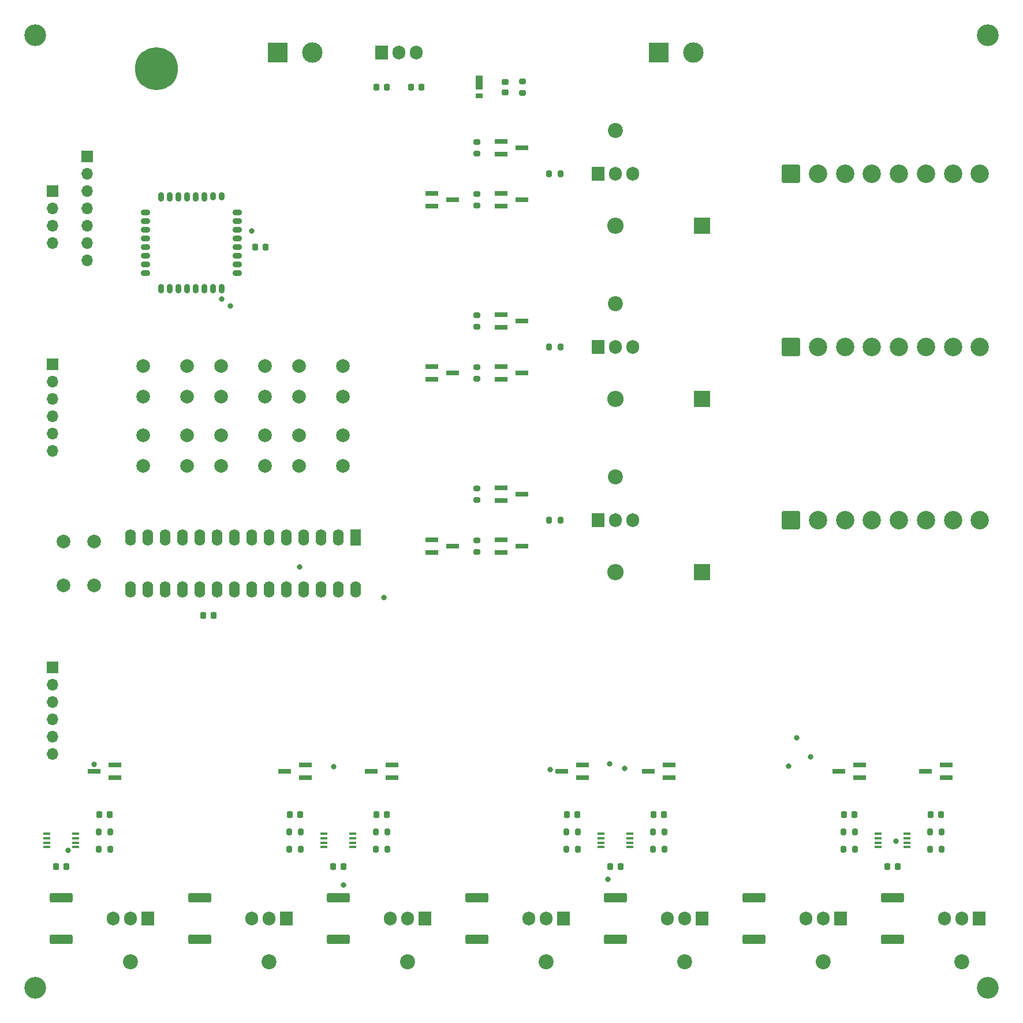
<source format=gbs>
G04 #@! TF.GenerationSoftware,KiCad,Pcbnew,(6.0.6)*
G04 #@! TF.CreationDate,2022-10-16T20:06:39+09:00*
G04 #@! TF.ProjectId,LedScoreBoard,4c656453-636f-4726-9542-6f6172642e6b,rev?*
G04 #@! TF.SameCoordinates,Original*
G04 #@! TF.FileFunction,Soldermask,Bot*
G04 #@! TF.FilePolarity,Negative*
%FSLAX46Y46*%
G04 Gerber Fmt 4.6, Leading zero omitted, Abs format (unit mm)*
G04 Created by KiCad (PCBNEW (6.0.6)) date 2022-10-16 20:06:39*
%MOMM*%
%LPD*%
G01*
G04 APERTURE LIST*
G04 Aperture macros list*
%AMRoundRect*
0 Rectangle with rounded corners*
0 $1 Rounding radius*
0 $2 $3 $4 $5 $6 $7 $8 $9 X,Y pos of 4 corners*
0 Add a 4 corners polygon primitive as box body*
4,1,4,$2,$3,$4,$5,$6,$7,$8,$9,$2,$3,0*
0 Add four circle primitives for the rounded corners*
1,1,$1+$1,$2,$3*
1,1,$1+$1,$4,$5*
1,1,$1+$1,$6,$7*
1,1,$1+$1,$8,$9*
0 Add four rect primitives between the rounded corners*
20,1,$1+$1,$2,$3,$4,$5,0*
20,1,$1+$1,$4,$5,$6,$7,0*
20,1,$1+$1,$6,$7,$8,$9,0*
20,1,$1+$1,$8,$9,$2,$3,0*%
G04 Aperture macros list end*
%ADD10C,2.200000*%
%ADD11R,1.905000X2.000000*%
%ADD12O,1.905000X2.000000*%
%ADD13C,3.200000*%
%ADD14C,2.000000*%
%ADD15RoundRect,0.250001X-1.099999X-1.099999X1.099999X-1.099999X1.099999X1.099999X-1.099999X1.099999X0*%
%ADD16C,2.700000*%
%ADD17R,3.000000X3.000000*%
%ADD18C,3.000000*%
%ADD19R,1.700000X1.700000*%
%ADD20O,1.700000X1.700000*%
%ADD21R,1.600000X2.400000*%
%ADD22O,1.600000X2.400000*%
%ADD23C,6.300000*%
%ADD24RoundRect,0.200000X-0.275000X0.200000X-0.275000X-0.200000X0.275000X-0.200000X0.275000X0.200000X0*%
%ADD25RoundRect,0.200000X-0.200000X-0.275000X0.200000X-0.275000X0.200000X0.275000X-0.200000X0.275000X0*%
%ADD26R,1.900000X0.800000*%
%ADD27R,1.100000X0.400000*%
%ADD28RoundRect,0.200000X0.200000X0.275000X-0.200000X0.275000X-0.200000X-0.275000X0.200000X-0.275000X0*%
%ADD29RoundRect,0.225000X0.225000X0.250000X-0.225000X0.250000X-0.225000X-0.250000X0.225000X-0.250000X0*%
%ADD30RoundRect,0.200000X0.275000X-0.200000X0.275000X0.200000X-0.275000X0.200000X-0.275000X-0.200000X0*%
%ADD31R,1.100000X2.000000*%
%ADD32R,1.100000X0.800000*%
%ADD33RoundRect,0.225000X-0.225000X-0.250000X0.225000X-0.250000X0.225000X0.250000X-0.225000X0.250000X0*%
%ADD34RoundRect,0.249999X-1.425001X0.450001X-1.425001X-0.450001X1.425001X-0.450001X1.425001X0.450001X0*%
%ADD35R,2.400000X2.400000*%
%ADD36O,2.400000X2.400000*%
%ADD37RoundRect,0.225000X-0.250000X0.225000X-0.250000X-0.225000X0.250000X-0.225000X0.250000X0.225000X0*%
%ADD38O,1.400000X0.900000*%
%ADD39O,0.900000X1.400000*%
%ADD40O,0.900000X1.200000*%
%ADD41C,0.800000*%
G04 APERTURE END LIST*
D10*
X110490000Y-44450000D03*
X110490000Y-69850000D03*
X110490000Y-95250000D03*
X161290000Y-166370000D03*
X140970000Y-166370000D03*
X120650000Y-166370000D03*
X100330000Y-166370000D03*
X80010000Y-166370000D03*
X59690000Y-166370000D03*
X39370000Y-166370000D03*
D11*
X163830000Y-160020000D03*
D12*
X161290000Y-160020000D03*
X158750000Y-160020000D03*
D13*
X165100000Y-170180000D03*
D14*
X70560000Y-89190000D03*
X64060000Y-89190000D03*
X70560000Y-93690000D03*
X64060000Y-93690000D03*
D15*
X136222500Y-76200000D03*
D16*
X140182500Y-76200000D03*
X144142500Y-76200000D03*
X148102500Y-76200000D03*
X152062500Y-76200000D03*
X156022500Y-76200000D03*
X159982500Y-76200000D03*
X163942500Y-76200000D03*
D11*
X62230000Y-160020000D03*
D12*
X59690000Y-160020000D03*
X57150000Y-160020000D03*
D11*
X107950000Y-50800000D03*
D12*
X110490000Y-50800000D03*
X113030000Y-50800000D03*
D13*
X165100000Y-30480000D03*
D14*
X41200000Y-89190000D03*
X47700000Y-89190000D03*
X47700000Y-93690000D03*
X41200000Y-93690000D03*
D17*
X116840000Y-33020000D03*
D18*
X121920000Y-33020000D03*
D19*
X27940000Y-123190000D03*
D20*
X27940000Y-125730000D03*
X27940000Y-128270000D03*
X27940000Y-130810000D03*
X27940000Y-133350000D03*
X27940000Y-135890000D03*
D13*
X25400000Y-170180000D03*
D11*
X107950000Y-101600000D03*
D12*
X110490000Y-101600000D03*
X113030000Y-101600000D03*
D11*
X102870000Y-160020000D03*
D12*
X100330000Y-160020000D03*
X97790000Y-160020000D03*
D13*
X25400000Y-30480000D03*
D14*
X59130000Y-79030000D03*
X52630000Y-79030000D03*
X59130000Y-83530000D03*
X52630000Y-83530000D03*
D11*
X76200000Y-33020000D03*
D12*
X78740000Y-33020000D03*
X81280000Y-33020000D03*
D14*
X41200000Y-79030000D03*
X47700000Y-79030000D03*
X47700000Y-83530000D03*
X41200000Y-83530000D03*
D15*
X136222500Y-50800000D03*
D16*
X140182500Y-50800000D03*
X144142500Y-50800000D03*
X148102500Y-50800000D03*
X152062500Y-50800000D03*
X156022500Y-50800000D03*
X159982500Y-50800000D03*
X163942500Y-50800000D03*
D11*
X82550000Y-160020000D03*
D12*
X80010000Y-160020000D03*
X77470000Y-160020000D03*
D15*
X136222500Y-101600000D03*
D16*
X140182500Y-101600000D03*
X144142500Y-101600000D03*
X148102500Y-101600000D03*
X152062500Y-101600000D03*
X156022500Y-101600000D03*
X159982500Y-101600000D03*
X163942500Y-101600000D03*
D21*
X72405000Y-104150000D03*
D22*
X69865000Y-104150000D03*
X67325000Y-104150000D03*
X64785000Y-104150000D03*
X62245000Y-104150000D03*
X59705000Y-104150000D03*
X57165000Y-104150000D03*
X54625000Y-104150000D03*
X52085000Y-104150000D03*
X49545000Y-104150000D03*
X47005000Y-104150000D03*
X44465000Y-104150000D03*
X41925000Y-104150000D03*
X39385000Y-104150000D03*
X39385000Y-111770000D03*
X41925000Y-111770000D03*
X44465000Y-111770000D03*
X47005000Y-111770000D03*
X49545000Y-111770000D03*
X52085000Y-111770000D03*
X54625000Y-111770000D03*
X57165000Y-111770000D03*
X59705000Y-111770000D03*
X62245000Y-111770000D03*
X64785000Y-111770000D03*
X67325000Y-111770000D03*
X69865000Y-111770000D03*
X72405000Y-111770000D03*
D14*
X29500000Y-111200000D03*
X29500000Y-104700000D03*
X34000000Y-111200000D03*
X34000000Y-104700000D03*
D19*
X33020000Y-48260000D03*
D20*
X33020000Y-50800000D03*
X33020000Y-53340000D03*
X33020000Y-55880000D03*
X33020000Y-58420000D03*
X33020000Y-60960000D03*
X33020000Y-63500000D03*
D11*
X107950000Y-76200000D03*
D12*
X110490000Y-76200000D03*
X113030000Y-76200000D03*
D19*
X27940000Y-78740000D03*
D20*
X27940000Y-81280000D03*
X27940000Y-83820000D03*
X27940000Y-86360000D03*
X27940000Y-88900000D03*
X27940000Y-91440000D03*
D14*
X64060000Y-79030000D03*
X70560000Y-79030000D03*
X64060000Y-83530000D03*
X70560000Y-83530000D03*
D11*
X123190000Y-160020000D03*
D12*
X120650000Y-160020000D03*
X118110000Y-160020000D03*
D11*
X41910000Y-160020000D03*
D12*
X39370000Y-160020000D03*
X36830000Y-160020000D03*
D19*
X27940000Y-53340000D03*
D20*
X27940000Y-55880000D03*
X27940000Y-58420000D03*
X27940000Y-60960000D03*
D11*
X143510000Y-160020000D03*
D12*
X140970000Y-160020000D03*
X138430000Y-160020000D03*
D14*
X52630000Y-89190000D03*
X59130000Y-89190000D03*
X52630000Y-93690000D03*
X59130000Y-93690000D03*
D23*
X43180000Y-35403770D03*
D17*
X60960000Y-33020000D03*
D18*
X66040000Y-33020000D03*
D24*
X90170000Y-53785000D03*
X90170000Y-55435000D03*
D25*
X34735000Y-147320000D03*
X36385000Y-147320000D03*
D24*
X90170000Y-79185000D03*
X90170000Y-80835000D03*
D26*
X65000000Y-137480000D03*
X65000000Y-139380000D03*
X62000000Y-138430000D03*
D27*
X67700000Y-149565000D03*
X67700000Y-148915000D03*
X67700000Y-148265000D03*
X67700000Y-147615000D03*
X72000000Y-147615000D03*
X72000000Y-148265000D03*
X72000000Y-148915000D03*
X72000000Y-149565000D03*
D28*
X145605000Y-147320000D03*
X143955000Y-147320000D03*
D27*
X27060000Y-149565000D03*
X27060000Y-148915000D03*
X27060000Y-148265000D03*
X27060000Y-147615000D03*
X31360000Y-147615000D03*
X31360000Y-148265000D03*
X31360000Y-148915000D03*
X31360000Y-149565000D03*
D26*
X146280000Y-137480000D03*
X146280000Y-139380000D03*
X143280000Y-138430000D03*
D29*
X82055000Y-38100000D03*
X80505000Y-38100000D03*
D30*
X96852500Y-38925000D03*
X96852500Y-37275000D03*
D26*
X37060000Y-137480000D03*
X37060000Y-139380000D03*
X34060000Y-138430000D03*
D25*
X116015000Y-147320000D03*
X117665000Y-147320000D03*
D31*
X90502500Y-37450000D03*
D32*
X90502500Y-39350000D03*
D26*
X83590000Y-106360000D03*
X83590000Y-104460000D03*
X86590000Y-105410000D03*
D33*
X50040000Y-115580000D03*
X51590000Y-115580000D03*
D25*
X156655000Y-149860000D03*
X158305000Y-149860000D03*
D29*
X64275000Y-144780000D03*
X62725000Y-144780000D03*
D26*
X118340000Y-137480000D03*
X118340000Y-139380000D03*
X115340000Y-138430000D03*
D34*
X49530000Y-156970000D03*
X49530000Y-163070000D03*
D27*
X148980000Y-149565000D03*
X148980000Y-148915000D03*
X148980000Y-148265000D03*
X148980000Y-147615000D03*
X153280000Y-147615000D03*
X153280000Y-148265000D03*
X153280000Y-148915000D03*
X153280000Y-149565000D03*
D28*
X64325000Y-147320000D03*
X62675000Y-147320000D03*
D24*
X90170000Y-46165000D03*
X90170000Y-47815000D03*
D33*
X75425000Y-38100000D03*
X76975000Y-38100000D03*
D28*
X104965000Y-149860000D03*
X103315000Y-149860000D03*
D25*
X100775000Y-50800000D03*
X102425000Y-50800000D03*
D29*
X59195000Y-61595000D03*
X57645000Y-61595000D03*
X151905000Y-152400000D03*
X150355000Y-152400000D03*
D35*
X123190000Y-109220000D03*
D36*
X110490000Y-109220000D03*
D28*
X145605000Y-149860000D03*
X143955000Y-149860000D03*
D25*
X100775000Y-76200000D03*
X102425000Y-76200000D03*
D26*
X77700000Y-137480000D03*
X77700000Y-139380000D03*
X74700000Y-138430000D03*
X93750000Y-80960000D03*
X93750000Y-79060000D03*
X96750000Y-80010000D03*
D33*
X116065000Y-144780000D03*
X117615000Y-144780000D03*
D34*
X130810000Y-156970000D03*
X130810000Y-163070000D03*
D33*
X156705000Y-144780000D03*
X158255000Y-144780000D03*
D26*
X93750000Y-47940000D03*
X93750000Y-46040000D03*
X96750000Y-46990000D03*
X93750000Y-106360000D03*
X93750000Y-104460000D03*
X96750000Y-105410000D03*
D35*
X123190000Y-83820000D03*
D36*
X110490000Y-83820000D03*
D24*
X90170000Y-96965000D03*
X90170000Y-98615000D03*
D29*
X104915000Y-144780000D03*
X103365000Y-144780000D03*
D26*
X93750000Y-55560000D03*
X93750000Y-53660000D03*
X96750000Y-54610000D03*
D29*
X111265000Y-152400000D03*
X109715000Y-152400000D03*
D34*
X69850000Y-156970000D03*
X69850000Y-163070000D03*
D29*
X145555000Y-144780000D03*
X144005000Y-144780000D03*
D26*
X83590000Y-80960000D03*
X83590000Y-79060000D03*
X86590000Y-80010000D03*
X105640000Y-137480000D03*
X105640000Y-139380000D03*
X102640000Y-138430000D03*
D34*
X110490000Y-156970000D03*
X110490000Y-163070000D03*
D37*
X94312500Y-37325000D03*
X94312500Y-38875000D03*
D25*
X100775000Y-101600000D03*
X102425000Y-101600000D03*
D33*
X34785000Y-144780000D03*
X36335000Y-144780000D03*
D34*
X29210000Y-156970000D03*
X29210000Y-163070000D03*
D25*
X75375000Y-149860000D03*
X77025000Y-149860000D03*
X156655000Y-147320000D03*
X158305000Y-147320000D03*
D26*
X158980000Y-137480000D03*
X158980000Y-139380000D03*
X155980000Y-138430000D03*
D34*
X90170000Y-156970000D03*
X90170000Y-163070000D03*
D26*
X83590000Y-55560000D03*
X83590000Y-53660000D03*
X86590000Y-54610000D03*
D34*
X151130000Y-156970000D03*
X151130000Y-163070000D03*
D25*
X116015000Y-149860000D03*
X117665000Y-149860000D03*
D24*
X90170000Y-104585000D03*
X90170000Y-106235000D03*
D25*
X75375000Y-147320000D03*
X77025000Y-147320000D03*
D28*
X64325000Y-149860000D03*
X62675000Y-149860000D03*
D26*
X93750000Y-98740000D03*
X93750000Y-96840000D03*
X96750000Y-97790000D03*
D25*
X34735000Y-149860000D03*
X36385000Y-149860000D03*
D29*
X70625000Y-152400000D03*
X69075000Y-152400000D03*
D27*
X108340000Y-149565000D03*
X108340000Y-148915000D03*
X108340000Y-148265000D03*
X108340000Y-147615000D03*
X112640000Y-147615000D03*
X112640000Y-148265000D03*
X112640000Y-148915000D03*
X112640000Y-149565000D03*
D38*
X54995000Y-56515000D03*
X54995000Y-57785000D03*
X54995000Y-59055000D03*
X54995000Y-60325000D03*
X54995000Y-61595000D03*
X54995000Y-62865000D03*
X54995000Y-64135000D03*
X54995000Y-65405000D03*
D39*
X52705000Y-67695000D03*
X51435000Y-67695000D03*
X50165000Y-67695000D03*
X48895000Y-67695000D03*
X47625000Y-67695000D03*
X46355000Y-67695000D03*
X45085000Y-67695000D03*
X43815000Y-67695000D03*
D38*
X41525000Y-65405000D03*
X41525000Y-64135000D03*
X41525000Y-62865000D03*
X41525000Y-61595000D03*
X41525000Y-60325000D03*
X41525000Y-59055000D03*
X41525000Y-57785000D03*
X41525000Y-56515000D03*
D39*
X43815000Y-54225000D03*
X45085000Y-54225000D03*
X46355000Y-54225000D03*
X47625000Y-54225000D03*
X48895000Y-54225000D03*
X50165000Y-54225000D03*
D40*
X51435000Y-54125000D03*
X52705000Y-54125000D03*
D24*
X90170000Y-71565000D03*
X90170000Y-73215000D03*
D28*
X104965000Y-147320000D03*
X103315000Y-147320000D03*
D29*
X29985000Y-152400000D03*
X28435000Y-152400000D03*
D26*
X93750000Y-73340000D03*
X93750000Y-71440000D03*
X96750000Y-72390000D03*
D33*
X75425000Y-144780000D03*
X76975000Y-144780000D03*
D35*
X123190000Y-58420000D03*
D36*
X110490000Y-58420000D03*
D41*
X57158800Y-59180700D03*
X109392300Y-154245400D03*
X30229500Y-150065500D03*
X70625000Y-155141300D03*
X151633500Y-148678400D03*
X111848100Y-138054200D03*
X135912700Y-137699700D03*
X137065200Y-133545800D03*
X64150600Y-108494900D03*
X69148400Y-137791200D03*
X34060000Y-137405300D03*
X100910400Y-138176400D03*
X76540500Y-112936100D03*
X109596400Y-137304900D03*
X139060100Y-136304300D03*
X52770600Y-69198900D03*
X53969700Y-70207500D03*
M02*

</source>
